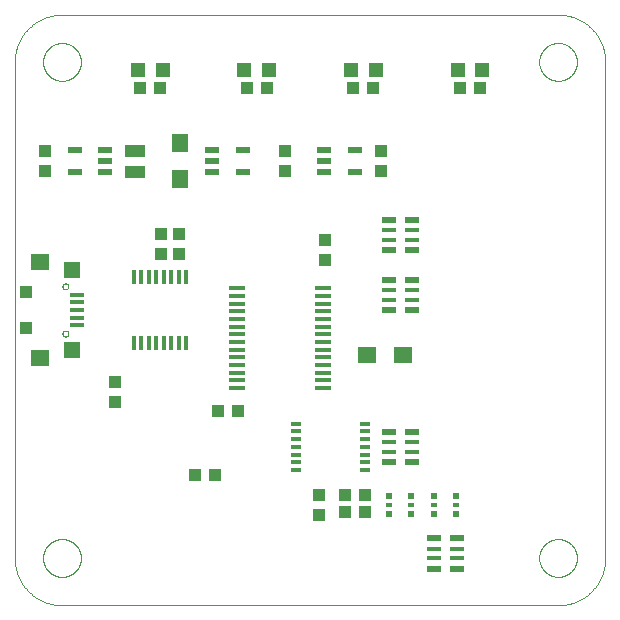
<source format=gtp>
G75*
%MOIN*%
%OFA0B0*%
%FSLAX25Y25*%
%IPPOS*%
%LPD*%
%AMOC8*
5,1,8,0,0,1.08239X$1,22.5*
%
%ADD10R,0.03937X0.04331*%
%ADD11R,0.04724X0.04724*%
%ADD12R,0.04331X0.03937*%
%ADD13R,0.06299X0.05512*%
%ADD14R,0.07008X0.04016*%
%ADD15R,0.05512X0.06299*%
%ADD16R,0.04528X0.01732*%
%ADD17R,0.04528X0.02480*%
%ADD18R,0.05500X0.01370*%
%ADD19R,0.04724X0.02165*%
%ADD20R,0.01260X0.04961*%
%ADD21C,0.00000*%
%ADD22R,0.05906X0.05315*%
%ADD23R,0.05512X0.05512*%
%ADD24R,0.04724X0.01575*%
%ADD25R,0.03543X0.01378*%
%ADD26R,0.02362X0.02362*%
%ADD27R,0.01969X0.01575*%
D10*
X0116197Y0106500D03*
X0122890Y0106500D03*
X0089543Y0130654D03*
X0089543Y0137346D03*
X0060016Y0155594D03*
X0060016Y0167406D03*
X0104856Y0180029D03*
X0110793Y0180029D03*
X0110793Y0186721D03*
X0104856Y0186721D03*
X0066165Y0207738D03*
X0066165Y0214431D03*
X0097902Y0235516D03*
X0104594Y0235516D03*
X0133433Y0235516D03*
X0140126Y0235516D03*
X0146165Y0214431D03*
X0146165Y0207738D03*
X0159543Y0184846D03*
X0159543Y0178154D03*
X0178043Y0207738D03*
X0178043Y0214431D03*
X0175657Y0235516D03*
X0168965Y0235516D03*
X0204492Y0235516D03*
X0211185Y0235516D03*
X0172890Y0099937D03*
X0166197Y0099937D03*
X0166197Y0094312D03*
X0172890Y0094312D03*
X0157668Y0093154D03*
X0157668Y0099846D03*
D11*
X0168177Y0241500D03*
X0176445Y0241500D03*
X0203705Y0241500D03*
X0211972Y0241500D03*
X0140913Y0241500D03*
X0132646Y0241500D03*
X0105382Y0241500D03*
X0097114Y0241500D03*
D12*
X0123697Y0127712D03*
X0130390Y0127712D03*
D13*
X0173638Y0146500D03*
X0185449Y0146500D03*
D14*
X0096165Y0207581D03*
X0096165Y0214589D03*
D15*
X0111165Y0216990D03*
X0111165Y0205179D03*
D16*
X0180705Y0188075D03*
X0180705Y0184925D03*
X0188382Y0184925D03*
X0188382Y0188075D03*
X0188382Y0168075D03*
X0188382Y0164925D03*
X0180705Y0164925D03*
X0180705Y0168075D03*
X0180705Y0117450D03*
X0180705Y0114300D03*
X0188382Y0114300D03*
X0188382Y0117450D03*
X0195705Y0081825D03*
X0195705Y0078675D03*
X0203382Y0078675D03*
X0203382Y0081825D03*
D17*
X0203382Y0085348D03*
X0195705Y0085348D03*
X0195705Y0075152D03*
X0203382Y0075152D03*
X0188382Y0110777D03*
X0180705Y0110777D03*
X0180705Y0120973D03*
X0188382Y0120973D03*
X0188382Y0161402D03*
X0180705Y0161402D03*
X0180705Y0171598D03*
X0188382Y0171598D03*
X0188382Y0181402D03*
X0180705Y0181402D03*
X0180705Y0191598D03*
X0188382Y0191598D03*
D18*
X0158937Y0168759D03*
X0158937Y0166200D03*
X0158937Y0163641D03*
X0158937Y0161082D03*
X0158937Y0158523D03*
X0158937Y0155964D03*
X0158937Y0153405D03*
X0158937Y0150845D03*
X0158937Y0148286D03*
X0158937Y0145727D03*
X0158937Y0143168D03*
X0158937Y0140609D03*
X0158937Y0138050D03*
X0158937Y0135491D03*
X0130150Y0135491D03*
X0130150Y0138050D03*
X0130150Y0140609D03*
X0130150Y0143168D03*
X0130150Y0145727D03*
X0130150Y0148286D03*
X0130150Y0150845D03*
X0130150Y0153405D03*
X0130150Y0155964D03*
X0130150Y0158523D03*
X0130150Y0161082D03*
X0130150Y0163641D03*
X0130150Y0166200D03*
X0130150Y0168759D03*
D19*
X0132161Y0207344D03*
X0121925Y0207344D03*
X0121925Y0211085D03*
X0121925Y0214825D03*
X0132161Y0214825D03*
X0159157Y0214825D03*
X0159157Y0211085D03*
X0159157Y0207344D03*
X0169394Y0207344D03*
X0169394Y0214825D03*
X0086283Y0214825D03*
X0086283Y0211085D03*
X0086283Y0207344D03*
X0076047Y0207344D03*
X0076047Y0214825D03*
D20*
X0095791Y0172441D03*
X0098291Y0172441D03*
X0100791Y0172441D03*
X0103291Y0172441D03*
X0105791Y0172441D03*
X0108291Y0172441D03*
X0110791Y0172441D03*
X0113291Y0172441D03*
X0113291Y0150559D03*
X0110791Y0150559D03*
X0108291Y0150559D03*
X0105791Y0150559D03*
X0103291Y0150559D03*
X0100791Y0150559D03*
X0098291Y0150559D03*
X0095791Y0150559D03*
D21*
X0071866Y0063075D02*
X0237220Y0063075D01*
X0230921Y0078823D02*
X0230923Y0078981D01*
X0230929Y0079139D01*
X0230939Y0079297D01*
X0230953Y0079455D01*
X0230971Y0079612D01*
X0230992Y0079769D01*
X0231018Y0079925D01*
X0231048Y0080081D01*
X0231081Y0080236D01*
X0231119Y0080389D01*
X0231160Y0080542D01*
X0231205Y0080694D01*
X0231254Y0080845D01*
X0231307Y0080994D01*
X0231363Y0081142D01*
X0231423Y0081288D01*
X0231487Y0081433D01*
X0231555Y0081576D01*
X0231626Y0081718D01*
X0231700Y0081858D01*
X0231778Y0081995D01*
X0231860Y0082131D01*
X0231944Y0082265D01*
X0232033Y0082396D01*
X0232124Y0082525D01*
X0232219Y0082652D01*
X0232316Y0082777D01*
X0232417Y0082899D01*
X0232521Y0083018D01*
X0232628Y0083135D01*
X0232738Y0083249D01*
X0232851Y0083360D01*
X0232966Y0083469D01*
X0233084Y0083574D01*
X0233205Y0083676D01*
X0233328Y0083776D01*
X0233454Y0083872D01*
X0233582Y0083965D01*
X0233712Y0084055D01*
X0233845Y0084141D01*
X0233980Y0084225D01*
X0234116Y0084304D01*
X0234255Y0084381D01*
X0234396Y0084453D01*
X0234538Y0084523D01*
X0234682Y0084588D01*
X0234828Y0084650D01*
X0234975Y0084708D01*
X0235124Y0084763D01*
X0235274Y0084814D01*
X0235425Y0084861D01*
X0235577Y0084904D01*
X0235730Y0084943D01*
X0235885Y0084979D01*
X0236040Y0085010D01*
X0236196Y0085038D01*
X0236352Y0085062D01*
X0236509Y0085082D01*
X0236667Y0085098D01*
X0236824Y0085110D01*
X0236983Y0085118D01*
X0237141Y0085122D01*
X0237299Y0085122D01*
X0237457Y0085118D01*
X0237616Y0085110D01*
X0237773Y0085098D01*
X0237931Y0085082D01*
X0238088Y0085062D01*
X0238244Y0085038D01*
X0238400Y0085010D01*
X0238555Y0084979D01*
X0238710Y0084943D01*
X0238863Y0084904D01*
X0239015Y0084861D01*
X0239166Y0084814D01*
X0239316Y0084763D01*
X0239465Y0084708D01*
X0239612Y0084650D01*
X0239758Y0084588D01*
X0239902Y0084523D01*
X0240044Y0084453D01*
X0240185Y0084381D01*
X0240324Y0084304D01*
X0240460Y0084225D01*
X0240595Y0084141D01*
X0240728Y0084055D01*
X0240858Y0083965D01*
X0240986Y0083872D01*
X0241112Y0083776D01*
X0241235Y0083676D01*
X0241356Y0083574D01*
X0241474Y0083469D01*
X0241589Y0083360D01*
X0241702Y0083249D01*
X0241812Y0083135D01*
X0241919Y0083018D01*
X0242023Y0082899D01*
X0242124Y0082777D01*
X0242221Y0082652D01*
X0242316Y0082525D01*
X0242407Y0082396D01*
X0242496Y0082265D01*
X0242580Y0082131D01*
X0242662Y0081995D01*
X0242740Y0081858D01*
X0242814Y0081718D01*
X0242885Y0081576D01*
X0242953Y0081433D01*
X0243017Y0081288D01*
X0243077Y0081142D01*
X0243133Y0080994D01*
X0243186Y0080845D01*
X0243235Y0080694D01*
X0243280Y0080542D01*
X0243321Y0080389D01*
X0243359Y0080236D01*
X0243392Y0080081D01*
X0243422Y0079925D01*
X0243448Y0079769D01*
X0243469Y0079612D01*
X0243487Y0079455D01*
X0243501Y0079297D01*
X0243511Y0079139D01*
X0243517Y0078981D01*
X0243519Y0078823D01*
X0243517Y0078665D01*
X0243511Y0078507D01*
X0243501Y0078349D01*
X0243487Y0078191D01*
X0243469Y0078034D01*
X0243448Y0077877D01*
X0243422Y0077721D01*
X0243392Y0077565D01*
X0243359Y0077410D01*
X0243321Y0077257D01*
X0243280Y0077104D01*
X0243235Y0076952D01*
X0243186Y0076801D01*
X0243133Y0076652D01*
X0243077Y0076504D01*
X0243017Y0076358D01*
X0242953Y0076213D01*
X0242885Y0076070D01*
X0242814Y0075928D01*
X0242740Y0075788D01*
X0242662Y0075651D01*
X0242580Y0075515D01*
X0242496Y0075381D01*
X0242407Y0075250D01*
X0242316Y0075121D01*
X0242221Y0074994D01*
X0242124Y0074869D01*
X0242023Y0074747D01*
X0241919Y0074628D01*
X0241812Y0074511D01*
X0241702Y0074397D01*
X0241589Y0074286D01*
X0241474Y0074177D01*
X0241356Y0074072D01*
X0241235Y0073970D01*
X0241112Y0073870D01*
X0240986Y0073774D01*
X0240858Y0073681D01*
X0240728Y0073591D01*
X0240595Y0073505D01*
X0240460Y0073421D01*
X0240324Y0073342D01*
X0240185Y0073265D01*
X0240044Y0073193D01*
X0239902Y0073123D01*
X0239758Y0073058D01*
X0239612Y0072996D01*
X0239465Y0072938D01*
X0239316Y0072883D01*
X0239166Y0072832D01*
X0239015Y0072785D01*
X0238863Y0072742D01*
X0238710Y0072703D01*
X0238555Y0072667D01*
X0238400Y0072636D01*
X0238244Y0072608D01*
X0238088Y0072584D01*
X0237931Y0072564D01*
X0237773Y0072548D01*
X0237616Y0072536D01*
X0237457Y0072528D01*
X0237299Y0072524D01*
X0237141Y0072524D01*
X0236983Y0072528D01*
X0236824Y0072536D01*
X0236667Y0072548D01*
X0236509Y0072564D01*
X0236352Y0072584D01*
X0236196Y0072608D01*
X0236040Y0072636D01*
X0235885Y0072667D01*
X0235730Y0072703D01*
X0235577Y0072742D01*
X0235425Y0072785D01*
X0235274Y0072832D01*
X0235124Y0072883D01*
X0234975Y0072938D01*
X0234828Y0072996D01*
X0234682Y0073058D01*
X0234538Y0073123D01*
X0234396Y0073193D01*
X0234255Y0073265D01*
X0234116Y0073342D01*
X0233980Y0073421D01*
X0233845Y0073505D01*
X0233712Y0073591D01*
X0233582Y0073681D01*
X0233454Y0073774D01*
X0233328Y0073870D01*
X0233205Y0073970D01*
X0233084Y0074072D01*
X0232966Y0074177D01*
X0232851Y0074286D01*
X0232738Y0074397D01*
X0232628Y0074511D01*
X0232521Y0074628D01*
X0232417Y0074747D01*
X0232316Y0074869D01*
X0232219Y0074994D01*
X0232124Y0075121D01*
X0232033Y0075250D01*
X0231944Y0075381D01*
X0231860Y0075515D01*
X0231778Y0075651D01*
X0231700Y0075788D01*
X0231626Y0075928D01*
X0231555Y0076070D01*
X0231487Y0076213D01*
X0231423Y0076358D01*
X0231363Y0076504D01*
X0231307Y0076652D01*
X0231254Y0076801D01*
X0231205Y0076952D01*
X0231160Y0077104D01*
X0231119Y0077257D01*
X0231081Y0077410D01*
X0231048Y0077565D01*
X0231018Y0077721D01*
X0230992Y0077877D01*
X0230971Y0078034D01*
X0230953Y0078191D01*
X0230939Y0078349D01*
X0230929Y0078507D01*
X0230923Y0078665D01*
X0230921Y0078823D01*
X0237220Y0063075D02*
X0237601Y0063080D01*
X0237981Y0063093D01*
X0238361Y0063116D01*
X0238740Y0063149D01*
X0239118Y0063190D01*
X0239495Y0063240D01*
X0239871Y0063300D01*
X0240246Y0063368D01*
X0240618Y0063446D01*
X0240989Y0063533D01*
X0241357Y0063628D01*
X0241723Y0063733D01*
X0242086Y0063846D01*
X0242447Y0063968D01*
X0242804Y0064098D01*
X0243158Y0064238D01*
X0243509Y0064385D01*
X0243856Y0064542D01*
X0244199Y0064706D01*
X0244538Y0064879D01*
X0244873Y0065060D01*
X0245204Y0065249D01*
X0245529Y0065446D01*
X0245850Y0065650D01*
X0246166Y0065863D01*
X0246476Y0066083D01*
X0246782Y0066310D01*
X0247081Y0066545D01*
X0247375Y0066787D01*
X0247663Y0067035D01*
X0247945Y0067291D01*
X0248220Y0067554D01*
X0248489Y0067823D01*
X0248752Y0068098D01*
X0249008Y0068380D01*
X0249256Y0068668D01*
X0249498Y0068962D01*
X0249733Y0069261D01*
X0249960Y0069567D01*
X0250180Y0069877D01*
X0250393Y0070193D01*
X0250597Y0070514D01*
X0250794Y0070839D01*
X0250983Y0071170D01*
X0251164Y0071505D01*
X0251337Y0071844D01*
X0251501Y0072187D01*
X0251658Y0072534D01*
X0251805Y0072885D01*
X0251945Y0073239D01*
X0252075Y0073596D01*
X0252197Y0073957D01*
X0252310Y0074320D01*
X0252415Y0074686D01*
X0252510Y0075054D01*
X0252597Y0075425D01*
X0252675Y0075797D01*
X0252743Y0076172D01*
X0252803Y0076548D01*
X0252853Y0076925D01*
X0252894Y0077303D01*
X0252927Y0077682D01*
X0252950Y0078062D01*
X0252963Y0078442D01*
X0252968Y0078823D01*
X0252969Y0078823D02*
X0252969Y0244177D01*
X0230921Y0244177D02*
X0230923Y0244335D01*
X0230929Y0244493D01*
X0230939Y0244651D01*
X0230953Y0244809D01*
X0230971Y0244966D01*
X0230992Y0245123D01*
X0231018Y0245279D01*
X0231048Y0245435D01*
X0231081Y0245590D01*
X0231119Y0245743D01*
X0231160Y0245896D01*
X0231205Y0246048D01*
X0231254Y0246199D01*
X0231307Y0246348D01*
X0231363Y0246496D01*
X0231423Y0246642D01*
X0231487Y0246787D01*
X0231555Y0246930D01*
X0231626Y0247072D01*
X0231700Y0247212D01*
X0231778Y0247349D01*
X0231860Y0247485D01*
X0231944Y0247619D01*
X0232033Y0247750D01*
X0232124Y0247879D01*
X0232219Y0248006D01*
X0232316Y0248131D01*
X0232417Y0248253D01*
X0232521Y0248372D01*
X0232628Y0248489D01*
X0232738Y0248603D01*
X0232851Y0248714D01*
X0232966Y0248823D01*
X0233084Y0248928D01*
X0233205Y0249030D01*
X0233328Y0249130D01*
X0233454Y0249226D01*
X0233582Y0249319D01*
X0233712Y0249409D01*
X0233845Y0249495D01*
X0233980Y0249579D01*
X0234116Y0249658D01*
X0234255Y0249735D01*
X0234396Y0249807D01*
X0234538Y0249877D01*
X0234682Y0249942D01*
X0234828Y0250004D01*
X0234975Y0250062D01*
X0235124Y0250117D01*
X0235274Y0250168D01*
X0235425Y0250215D01*
X0235577Y0250258D01*
X0235730Y0250297D01*
X0235885Y0250333D01*
X0236040Y0250364D01*
X0236196Y0250392D01*
X0236352Y0250416D01*
X0236509Y0250436D01*
X0236667Y0250452D01*
X0236824Y0250464D01*
X0236983Y0250472D01*
X0237141Y0250476D01*
X0237299Y0250476D01*
X0237457Y0250472D01*
X0237616Y0250464D01*
X0237773Y0250452D01*
X0237931Y0250436D01*
X0238088Y0250416D01*
X0238244Y0250392D01*
X0238400Y0250364D01*
X0238555Y0250333D01*
X0238710Y0250297D01*
X0238863Y0250258D01*
X0239015Y0250215D01*
X0239166Y0250168D01*
X0239316Y0250117D01*
X0239465Y0250062D01*
X0239612Y0250004D01*
X0239758Y0249942D01*
X0239902Y0249877D01*
X0240044Y0249807D01*
X0240185Y0249735D01*
X0240324Y0249658D01*
X0240460Y0249579D01*
X0240595Y0249495D01*
X0240728Y0249409D01*
X0240858Y0249319D01*
X0240986Y0249226D01*
X0241112Y0249130D01*
X0241235Y0249030D01*
X0241356Y0248928D01*
X0241474Y0248823D01*
X0241589Y0248714D01*
X0241702Y0248603D01*
X0241812Y0248489D01*
X0241919Y0248372D01*
X0242023Y0248253D01*
X0242124Y0248131D01*
X0242221Y0248006D01*
X0242316Y0247879D01*
X0242407Y0247750D01*
X0242496Y0247619D01*
X0242580Y0247485D01*
X0242662Y0247349D01*
X0242740Y0247212D01*
X0242814Y0247072D01*
X0242885Y0246930D01*
X0242953Y0246787D01*
X0243017Y0246642D01*
X0243077Y0246496D01*
X0243133Y0246348D01*
X0243186Y0246199D01*
X0243235Y0246048D01*
X0243280Y0245896D01*
X0243321Y0245743D01*
X0243359Y0245590D01*
X0243392Y0245435D01*
X0243422Y0245279D01*
X0243448Y0245123D01*
X0243469Y0244966D01*
X0243487Y0244809D01*
X0243501Y0244651D01*
X0243511Y0244493D01*
X0243517Y0244335D01*
X0243519Y0244177D01*
X0243517Y0244019D01*
X0243511Y0243861D01*
X0243501Y0243703D01*
X0243487Y0243545D01*
X0243469Y0243388D01*
X0243448Y0243231D01*
X0243422Y0243075D01*
X0243392Y0242919D01*
X0243359Y0242764D01*
X0243321Y0242611D01*
X0243280Y0242458D01*
X0243235Y0242306D01*
X0243186Y0242155D01*
X0243133Y0242006D01*
X0243077Y0241858D01*
X0243017Y0241712D01*
X0242953Y0241567D01*
X0242885Y0241424D01*
X0242814Y0241282D01*
X0242740Y0241142D01*
X0242662Y0241005D01*
X0242580Y0240869D01*
X0242496Y0240735D01*
X0242407Y0240604D01*
X0242316Y0240475D01*
X0242221Y0240348D01*
X0242124Y0240223D01*
X0242023Y0240101D01*
X0241919Y0239982D01*
X0241812Y0239865D01*
X0241702Y0239751D01*
X0241589Y0239640D01*
X0241474Y0239531D01*
X0241356Y0239426D01*
X0241235Y0239324D01*
X0241112Y0239224D01*
X0240986Y0239128D01*
X0240858Y0239035D01*
X0240728Y0238945D01*
X0240595Y0238859D01*
X0240460Y0238775D01*
X0240324Y0238696D01*
X0240185Y0238619D01*
X0240044Y0238547D01*
X0239902Y0238477D01*
X0239758Y0238412D01*
X0239612Y0238350D01*
X0239465Y0238292D01*
X0239316Y0238237D01*
X0239166Y0238186D01*
X0239015Y0238139D01*
X0238863Y0238096D01*
X0238710Y0238057D01*
X0238555Y0238021D01*
X0238400Y0237990D01*
X0238244Y0237962D01*
X0238088Y0237938D01*
X0237931Y0237918D01*
X0237773Y0237902D01*
X0237616Y0237890D01*
X0237457Y0237882D01*
X0237299Y0237878D01*
X0237141Y0237878D01*
X0236983Y0237882D01*
X0236824Y0237890D01*
X0236667Y0237902D01*
X0236509Y0237918D01*
X0236352Y0237938D01*
X0236196Y0237962D01*
X0236040Y0237990D01*
X0235885Y0238021D01*
X0235730Y0238057D01*
X0235577Y0238096D01*
X0235425Y0238139D01*
X0235274Y0238186D01*
X0235124Y0238237D01*
X0234975Y0238292D01*
X0234828Y0238350D01*
X0234682Y0238412D01*
X0234538Y0238477D01*
X0234396Y0238547D01*
X0234255Y0238619D01*
X0234116Y0238696D01*
X0233980Y0238775D01*
X0233845Y0238859D01*
X0233712Y0238945D01*
X0233582Y0239035D01*
X0233454Y0239128D01*
X0233328Y0239224D01*
X0233205Y0239324D01*
X0233084Y0239426D01*
X0232966Y0239531D01*
X0232851Y0239640D01*
X0232738Y0239751D01*
X0232628Y0239865D01*
X0232521Y0239982D01*
X0232417Y0240101D01*
X0232316Y0240223D01*
X0232219Y0240348D01*
X0232124Y0240475D01*
X0232033Y0240604D01*
X0231944Y0240735D01*
X0231860Y0240869D01*
X0231778Y0241005D01*
X0231700Y0241142D01*
X0231626Y0241282D01*
X0231555Y0241424D01*
X0231487Y0241567D01*
X0231423Y0241712D01*
X0231363Y0241858D01*
X0231307Y0242006D01*
X0231254Y0242155D01*
X0231205Y0242306D01*
X0231160Y0242458D01*
X0231119Y0242611D01*
X0231081Y0242764D01*
X0231048Y0242919D01*
X0231018Y0243075D01*
X0230992Y0243231D01*
X0230971Y0243388D01*
X0230953Y0243545D01*
X0230939Y0243703D01*
X0230929Y0243861D01*
X0230923Y0244019D01*
X0230921Y0244177D01*
X0237220Y0259925D02*
X0237601Y0259920D01*
X0237981Y0259907D01*
X0238361Y0259884D01*
X0238740Y0259851D01*
X0239118Y0259810D01*
X0239495Y0259760D01*
X0239871Y0259700D01*
X0240246Y0259632D01*
X0240618Y0259554D01*
X0240989Y0259467D01*
X0241357Y0259372D01*
X0241723Y0259267D01*
X0242086Y0259154D01*
X0242447Y0259032D01*
X0242804Y0258902D01*
X0243158Y0258762D01*
X0243509Y0258615D01*
X0243856Y0258458D01*
X0244199Y0258294D01*
X0244538Y0258121D01*
X0244873Y0257940D01*
X0245204Y0257751D01*
X0245529Y0257554D01*
X0245850Y0257350D01*
X0246166Y0257137D01*
X0246476Y0256917D01*
X0246782Y0256690D01*
X0247081Y0256455D01*
X0247375Y0256213D01*
X0247663Y0255965D01*
X0247945Y0255709D01*
X0248220Y0255446D01*
X0248489Y0255177D01*
X0248752Y0254902D01*
X0249008Y0254620D01*
X0249256Y0254332D01*
X0249498Y0254038D01*
X0249733Y0253739D01*
X0249960Y0253433D01*
X0250180Y0253123D01*
X0250393Y0252807D01*
X0250597Y0252486D01*
X0250794Y0252161D01*
X0250983Y0251830D01*
X0251164Y0251495D01*
X0251337Y0251156D01*
X0251501Y0250813D01*
X0251658Y0250466D01*
X0251805Y0250115D01*
X0251945Y0249761D01*
X0252075Y0249404D01*
X0252197Y0249043D01*
X0252310Y0248680D01*
X0252415Y0248314D01*
X0252510Y0247946D01*
X0252597Y0247575D01*
X0252675Y0247203D01*
X0252743Y0246828D01*
X0252803Y0246452D01*
X0252853Y0246075D01*
X0252894Y0245697D01*
X0252927Y0245318D01*
X0252950Y0244938D01*
X0252963Y0244558D01*
X0252968Y0244177D01*
X0237220Y0259925D02*
X0071866Y0259925D01*
X0065567Y0244177D02*
X0065569Y0244335D01*
X0065575Y0244493D01*
X0065585Y0244651D01*
X0065599Y0244809D01*
X0065617Y0244966D01*
X0065638Y0245123D01*
X0065664Y0245279D01*
X0065694Y0245435D01*
X0065727Y0245590D01*
X0065765Y0245743D01*
X0065806Y0245896D01*
X0065851Y0246048D01*
X0065900Y0246199D01*
X0065953Y0246348D01*
X0066009Y0246496D01*
X0066069Y0246642D01*
X0066133Y0246787D01*
X0066201Y0246930D01*
X0066272Y0247072D01*
X0066346Y0247212D01*
X0066424Y0247349D01*
X0066506Y0247485D01*
X0066590Y0247619D01*
X0066679Y0247750D01*
X0066770Y0247879D01*
X0066865Y0248006D01*
X0066962Y0248131D01*
X0067063Y0248253D01*
X0067167Y0248372D01*
X0067274Y0248489D01*
X0067384Y0248603D01*
X0067497Y0248714D01*
X0067612Y0248823D01*
X0067730Y0248928D01*
X0067851Y0249030D01*
X0067974Y0249130D01*
X0068100Y0249226D01*
X0068228Y0249319D01*
X0068358Y0249409D01*
X0068491Y0249495D01*
X0068626Y0249579D01*
X0068762Y0249658D01*
X0068901Y0249735D01*
X0069042Y0249807D01*
X0069184Y0249877D01*
X0069328Y0249942D01*
X0069474Y0250004D01*
X0069621Y0250062D01*
X0069770Y0250117D01*
X0069920Y0250168D01*
X0070071Y0250215D01*
X0070223Y0250258D01*
X0070376Y0250297D01*
X0070531Y0250333D01*
X0070686Y0250364D01*
X0070842Y0250392D01*
X0070998Y0250416D01*
X0071155Y0250436D01*
X0071313Y0250452D01*
X0071470Y0250464D01*
X0071629Y0250472D01*
X0071787Y0250476D01*
X0071945Y0250476D01*
X0072103Y0250472D01*
X0072262Y0250464D01*
X0072419Y0250452D01*
X0072577Y0250436D01*
X0072734Y0250416D01*
X0072890Y0250392D01*
X0073046Y0250364D01*
X0073201Y0250333D01*
X0073356Y0250297D01*
X0073509Y0250258D01*
X0073661Y0250215D01*
X0073812Y0250168D01*
X0073962Y0250117D01*
X0074111Y0250062D01*
X0074258Y0250004D01*
X0074404Y0249942D01*
X0074548Y0249877D01*
X0074690Y0249807D01*
X0074831Y0249735D01*
X0074970Y0249658D01*
X0075106Y0249579D01*
X0075241Y0249495D01*
X0075374Y0249409D01*
X0075504Y0249319D01*
X0075632Y0249226D01*
X0075758Y0249130D01*
X0075881Y0249030D01*
X0076002Y0248928D01*
X0076120Y0248823D01*
X0076235Y0248714D01*
X0076348Y0248603D01*
X0076458Y0248489D01*
X0076565Y0248372D01*
X0076669Y0248253D01*
X0076770Y0248131D01*
X0076867Y0248006D01*
X0076962Y0247879D01*
X0077053Y0247750D01*
X0077142Y0247619D01*
X0077226Y0247485D01*
X0077308Y0247349D01*
X0077386Y0247212D01*
X0077460Y0247072D01*
X0077531Y0246930D01*
X0077599Y0246787D01*
X0077663Y0246642D01*
X0077723Y0246496D01*
X0077779Y0246348D01*
X0077832Y0246199D01*
X0077881Y0246048D01*
X0077926Y0245896D01*
X0077967Y0245743D01*
X0078005Y0245590D01*
X0078038Y0245435D01*
X0078068Y0245279D01*
X0078094Y0245123D01*
X0078115Y0244966D01*
X0078133Y0244809D01*
X0078147Y0244651D01*
X0078157Y0244493D01*
X0078163Y0244335D01*
X0078165Y0244177D01*
X0078163Y0244019D01*
X0078157Y0243861D01*
X0078147Y0243703D01*
X0078133Y0243545D01*
X0078115Y0243388D01*
X0078094Y0243231D01*
X0078068Y0243075D01*
X0078038Y0242919D01*
X0078005Y0242764D01*
X0077967Y0242611D01*
X0077926Y0242458D01*
X0077881Y0242306D01*
X0077832Y0242155D01*
X0077779Y0242006D01*
X0077723Y0241858D01*
X0077663Y0241712D01*
X0077599Y0241567D01*
X0077531Y0241424D01*
X0077460Y0241282D01*
X0077386Y0241142D01*
X0077308Y0241005D01*
X0077226Y0240869D01*
X0077142Y0240735D01*
X0077053Y0240604D01*
X0076962Y0240475D01*
X0076867Y0240348D01*
X0076770Y0240223D01*
X0076669Y0240101D01*
X0076565Y0239982D01*
X0076458Y0239865D01*
X0076348Y0239751D01*
X0076235Y0239640D01*
X0076120Y0239531D01*
X0076002Y0239426D01*
X0075881Y0239324D01*
X0075758Y0239224D01*
X0075632Y0239128D01*
X0075504Y0239035D01*
X0075374Y0238945D01*
X0075241Y0238859D01*
X0075106Y0238775D01*
X0074970Y0238696D01*
X0074831Y0238619D01*
X0074690Y0238547D01*
X0074548Y0238477D01*
X0074404Y0238412D01*
X0074258Y0238350D01*
X0074111Y0238292D01*
X0073962Y0238237D01*
X0073812Y0238186D01*
X0073661Y0238139D01*
X0073509Y0238096D01*
X0073356Y0238057D01*
X0073201Y0238021D01*
X0073046Y0237990D01*
X0072890Y0237962D01*
X0072734Y0237938D01*
X0072577Y0237918D01*
X0072419Y0237902D01*
X0072262Y0237890D01*
X0072103Y0237882D01*
X0071945Y0237878D01*
X0071787Y0237878D01*
X0071629Y0237882D01*
X0071470Y0237890D01*
X0071313Y0237902D01*
X0071155Y0237918D01*
X0070998Y0237938D01*
X0070842Y0237962D01*
X0070686Y0237990D01*
X0070531Y0238021D01*
X0070376Y0238057D01*
X0070223Y0238096D01*
X0070071Y0238139D01*
X0069920Y0238186D01*
X0069770Y0238237D01*
X0069621Y0238292D01*
X0069474Y0238350D01*
X0069328Y0238412D01*
X0069184Y0238477D01*
X0069042Y0238547D01*
X0068901Y0238619D01*
X0068762Y0238696D01*
X0068626Y0238775D01*
X0068491Y0238859D01*
X0068358Y0238945D01*
X0068228Y0239035D01*
X0068100Y0239128D01*
X0067974Y0239224D01*
X0067851Y0239324D01*
X0067730Y0239426D01*
X0067612Y0239531D01*
X0067497Y0239640D01*
X0067384Y0239751D01*
X0067274Y0239865D01*
X0067167Y0239982D01*
X0067063Y0240101D01*
X0066962Y0240223D01*
X0066865Y0240348D01*
X0066770Y0240475D01*
X0066679Y0240604D01*
X0066590Y0240735D01*
X0066506Y0240869D01*
X0066424Y0241005D01*
X0066346Y0241142D01*
X0066272Y0241282D01*
X0066201Y0241424D01*
X0066133Y0241567D01*
X0066069Y0241712D01*
X0066009Y0241858D01*
X0065953Y0242006D01*
X0065900Y0242155D01*
X0065851Y0242306D01*
X0065806Y0242458D01*
X0065765Y0242611D01*
X0065727Y0242764D01*
X0065694Y0242919D01*
X0065664Y0243075D01*
X0065638Y0243231D01*
X0065617Y0243388D01*
X0065599Y0243545D01*
X0065585Y0243703D01*
X0065575Y0243861D01*
X0065569Y0244019D01*
X0065567Y0244177D01*
X0056118Y0244177D02*
X0056123Y0244558D01*
X0056136Y0244938D01*
X0056159Y0245318D01*
X0056192Y0245697D01*
X0056233Y0246075D01*
X0056283Y0246452D01*
X0056343Y0246828D01*
X0056411Y0247203D01*
X0056489Y0247575D01*
X0056576Y0247946D01*
X0056671Y0248314D01*
X0056776Y0248680D01*
X0056889Y0249043D01*
X0057011Y0249404D01*
X0057141Y0249761D01*
X0057281Y0250115D01*
X0057428Y0250466D01*
X0057585Y0250813D01*
X0057749Y0251156D01*
X0057922Y0251495D01*
X0058103Y0251830D01*
X0058292Y0252161D01*
X0058489Y0252486D01*
X0058693Y0252807D01*
X0058906Y0253123D01*
X0059126Y0253433D01*
X0059353Y0253739D01*
X0059588Y0254038D01*
X0059830Y0254332D01*
X0060078Y0254620D01*
X0060334Y0254902D01*
X0060597Y0255177D01*
X0060866Y0255446D01*
X0061141Y0255709D01*
X0061423Y0255965D01*
X0061711Y0256213D01*
X0062005Y0256455D01*
X0062304Y0256690D01*
X0062610Y0256917D01*
X0062920Y0257137D01*
X0063236Y0257350D01*
X0063557Y0257554D01*
X0063882Y0257751D01*
X0064213Y0257940D01*
X0064548Y0258121D01*
X0064887Y0258294D01*
X0065230Y0258458D01*
X0065577Y0258615D01*
X0065928Y0258762D01*
X0066282Y0258902D01*
X0066639Y0259032D01*
X0067000Y0259154D01*
X0067363Y0259267D01*
X0067729Y0259372D01*
X0068097Y0259467D01*
X0068468Y0259554D01*
X0068840Y0259632D01*
X0069215Y0259700D01*
X0069591Y0259760D01*
X0069968Y0259810D01*
X0070346Y0259851D01*
X0070725Y0259884D01*
X0071105Y0259907D01*
X0071485Y0259920D01*
X0071866Y0259925D01*
X0056118Y0244177D02*
X0056118Y0078823D01*
X0065567Y0078823D02*
X0065569Y0078981D01*
X0065575Y0079139D01*
X0065585Y0079297D01*
X0065599Y0079455D01*
X0065617Y0079612D01*
X0065638Y0079769D01*
X0065664Y0079925D01*
X0065694Y0080081D01*
X0065727Y0080236D01*
X0065765Y0080389D01*
X0065806Y0080542D01*
X0065851Y0080694D01*
X0065900Y0080845D01*
X0065953Y0080994D01*
X0066009Y0081142D01*
X0066069Y0081288D01*
X0066133Y0081433D01*
X0066201Y0081576D01*
X0066272Y0081718D01*
X0066346Y0081858D01*
X0066424Y0081995D01*
X0066506Y0082131D01*
X0066590Y0082265D01*
X0066679Y0082396D01*
X0066770Y0082525D01*
X0066865Y0082652D01*
X0066962Y0082777D01*
X0067063Y0082899D01*
X0067167Y0083018D01*
X0067274Y0083135D01*
X0067384Y0083249D01*
X0067497Y0083360D01*
X0067612Y0083469D01*
X0067730Y0083574D01*
X0067851Y0083676D01*
X0067974Y0083776D01*
X0068100Y0083872D01*
X0068228Y0083965D01*
X0068358Y0084055D01*
X0068491Y0084141D01*
X0068626Y0084225D01*
X0068762Y0084304D01*
X0068901Y0084381D01*
X0069042Y0084453D01*
X0069184Y0084523D01*
X0069328Y0084588D01*
X0069474Y0084650D01*
X0069621Y0084708D01*
X0069770Y0084763D01*
X0069920Y0084814D01*
X0070071Y0084861D01*
X0070223Y0084904D01*
X0070376Y0084943D01*
X0070531Y0084979D01*
X0070686Y0085010D01*
X0070842Y0085038D01*
X0070998Y0085062D01*
X0071155Y0085082D01*
X0071313Y0085098D01*
X0071470Y0085110D01*
X0071629Y0085118D01*
X0071787Y0085122D01*
X0071945Y0085122D01*
X0072103Y0085118D01*
X0072262Y0085110D01*
X0072419Y0085098D01*
X0072577Y0085082D01*
X0072734Y0085062D01*
X0072890Y0085038D01*
X0073046Y0085010D01*
X0073201Y0084979D01*
X0073356Y0084943D01*
X0073509Y0084904D01*
X0073661Y0084861D01*
X0073812Y0084814D01*
X0073962Y0084763D01*
X0074111Y0084708D01*
X0074258Y0084650D01*
X0074404Y0084588D01*
X0074548Y0084523D01*
X0074690Y0084453D01*
X0074831Y0084381D01*
X0074970Y0084304D01*
X0075106Y0084225D01*
X0075241Y0084141D01*
X0075374Y0084055D01*
X0075504Y0083965D01*
X0075632Y0083872D01*
X0075758Y0083776D01*
X0075881Y0083676D01*
X0076002Y0083574D01*
X0076120Y0083469D01*
X0076235Y0083360D01*
X0076348Y0083249D01*
X0076458Y0083135D01*
X0076565Y0083018D01*
X0076669Y0082899D01*
X0076770Y0082777D01*
X0076867Y0082652D01*
X0076962Y0082525D01*
X0077053Y0082396D01*
X0077142Y0082265D01*
X0077226Y0082131D01*
X0077308Y0081995D01*
X0077386Y0081858D01*
X0077460Y0081718D01*
X0077531Y0081576D01*
X0077599Y0081433D01*
X0077663Y0081288D01*
X0077723Y0081142D01*
X0077779Y0080994D01*
X0077832Y0080845D01*
X0077881Y0080694D01*
X0077926Y0080542D01*
X0077967Y0080389D01*
X0078005Y0080236D01*
X0078038Y0080081D01*
X0078068Y0079925D01*
X0078094Y0079769D01*
X0078115Y0079612D01*
X0078133Y0079455D01*
X0078147Y0079297D01*
X0078157Y0079139D01*
X0078163Y0078981D01*
X0078165Y0078823D01*
X0078163Y0078665D01*
X0078157Y0078507D01*
X0078147Y0078349D01*
X0078133Y0078191D01*
X0078115Y0078034D01*
X0078094Y0077877D01*
X0078068Y0077721D01*
X0078038Y0077565D01*
X0078005Y0077410D01*
X0077967Y0077257D01*
X0077926Y0077104D01*
X0077881Y0076952D01*
X0077832Y0076801D01*
X0077779Y0076652D01*
X0077723Y0076504D01*
X0077663Y0076358D01*
X0077599Y0076213D01*
X0077531Y0076070D01*
X0077460Y0075928D01*
X0077386Y0075788D01*
X0077308Y0075651D01*
X0077226Y0075515D01*
X0077142Y0075381D01*
X0077053Y0075250D01*
X0076962Y0075121D01*
X0076867Y0074994D01*
X0076770Y0074869D01*
X0076669Y0074747D01*
X0076565Y0074628D01*
X0076458Y0074511D01*
X0076348Y0074397D01*
X0076235Y0074286D01*
X0076120Y0074177D01*
X0076002Y0074072D01*
X0075881Y0073970D01*
X0075758Y0073870D01*
X0075632Y0073774D01*
X0075504Y0073681D01*
X0075374Y0073591D01*
X0075241Y0073505D01*
X0075106Y0073421D01*
X0074970Y0073342D01*
X0074831Y0073265D01*
X0074690Y0073193D01*
X0074548Y0073123D01*
X0074404Y0073058D01*
X0074258Y0072996D01*
X0074111Y0072938D01*
X0073962Y0072883D01*
X0073812Y0072832D01*
X0073661Y0072785D01*
X0073509Y0072742D01*
X0073356Y0072703D01*
X0073201Y0072667D01*
X0073046Y0072636D01*
X0072890Y0072608D01*
X0072734Y0072584D01*
X0072577Y0072564D01*
X0072419Y0072548D01*
X0072262Y0072536D01*
X0072103Y0072528D01*
X0071945Y0072524D01*
X0071787Y0072524D01*
X0071629Y0072528D01*
X0071470Y0072536D01*
X0071313Y0072548D01*
X0071155Y0072564D01*
X0070998Y0072584D01*
X0070842Y0072608D01*
X0070686Y0072636D01*
X0070531Y0072667D01*
X0070376Y0072703D01*
X0070223Y0072742D01*
X0070071Y0072785D01*
X0069920Y0072832D01*
X0069770Y0072883D01*
X0069621Y0072938D01*
X0069474Y0072996D01*
X0069328Y0073058D01*
X0069184Y0073123D01*
X0069042Y0073193D01*
X0068901Y0073265D01*
X0068762Y0073342D01*
X0068626Y0073421D01*
X0068491Y0073505D01*
X0068358Y0073591D01*
X0068228Y0073681D01*
X0068100Y0073774D01*
X0067974Y0073870D01*
X0067851Y0073970D01*
X0067730Y0074072D01*
X0067612Y0074177D01*
X0067497Y0074286D01*
X0067384Y0074397D01*
X0067274Y0074511D01*
X0067167Y0074628D01*
X0067063Y0074747D01*
X0066962Y0074869D01*
X0066865Y0074994D01*
X0066770Y0075121D01*
X0066679Y0075250D01*
X0066590Y0075381D01*
X0066506Y0075515D01*
X0066424Y0075651D01*
X0066346Y0075788D01*
X0066272Y0075928D01*
X0066201Y0076070D01*
X0066133Y0076213D01*
X0066069Y0076358D01*
X0066009Y0076504D01*
X0065953Y0076652D01*
X0065900Y0076801D01*
X0065851Y0076952D01*
X0065806Y0077104D01*
X0065765Y0077257D01*
X0065727Y0077410D01*
X0065694Y0077565D01*
X0065664Y0077721D01*
X0065638Y0077877D01*
X0065617Y0078034D01*
X0065599Y0078191D01*
X0065585Y0078349D01*
X0065575Y0078507D01*
X0065569Y0078665D01*
X0065567Y0078823D01*
X0056118Y0078823D02*
X0056123Y0078442D01*
X0056136Y0078062D01*
X0056159Y0077682D01*
X0056192Y0077303D01*
X0056233Y0076925D01*
X0056283Y0076548D01*
X0056343Y0076172D01*
X0056411Y0075797D01*
X0056489Y0075425D01*
X0056576Y0075054D01*
X0056671Y0074686D01*
X0056776Y0074320D01*
X0056889Y0073957D01*
X0057011Y0073596D01*
X0057141Y0073239D01*
X0057281Y0072885D01*
X0057428Y0072534D01*
X0057585Y0072187D01*
X0057749Y0071844D01*
X0057922Y0071505D01*
X0058103Y0071170D01*
X0058292Y0070839D01*
X0058489Y0070514D01*
X0058693Y0070193D01*
X0058906Y0069877D01*
X0059126Y0069567D01*
X0059353Y0069261D01*
X0059588Y0068962D01*
X0059830Y0068668D01*
X0060078Y0068380D01*
X0060334Y0068098D01*
X0060597Y0067823D01*
X0060866Y0067554D01*
X0061141Y0067291D01*
X0061423Y0067035D01*
X0061711Y0066787D01*
X0062005Y0066545D01*
X0062304Y0066310D01*
X0062610Y0066083D01*
X0062920Y0065863D01*
X0063236Y0065650D01*
X0063557Y0065446D01*
X0063882Y0065249D01*
X0064213Y0065060D01*
X0064548Y0064879D01*
X0064887Y0064706D01*
X0065230Y0064542D01*
X0065577Y0064385D01*
X0065928Y0064238D01*
X0066282Y0064098D01*
X0066639Y0063968D01*
X0067000Y0063846D01*
X0067363Y0063733D01*
X0067729Y0063628D01*
X0068097Y0063533D01*
X0068468Y0063446D01*
X0068840Y0063368D01*
X0069215Y0063300D01*
X0069591Y0063240D01*
X0069968Y0063190D01*
X0070346Y0063149D01*
X0070725Y0063116D01*
X0071105Y0063093D01*
X0071485Y0063080D01*
X0071866Y0063075D01*
X0072024Y0153626D02*
X0072026Y0153688D01*
X0072032Y0153751D01*
X0072042Y0153812D01*
X0072056Y0153873D01*
X0072073Y0153933D01*
X0072094Y0153992D01*
X0072120Y0154049D01*
X0072148Y0154104D01*
X0072180Y0154158D01*
X0072216Y0154209D01*
X0072254Y0154259D01*
X0072296Y0154305D01*
X0072340Y0154349D01*
X0072388Y0154390D01*
X0072437Y0154428D01*
X0072489Y0154462D01*
X0072543Y0154493D01*
X0072599Y0154521D01*
X0072657Y0154545D01*
X0072716Y0154566D01*
X0072776Y0154582D01*
X0072837Y0154595D01*
X0072899Y0154604D01*
X0072961Y0154609D01*
X0073024Y0154610D01*
X0073086Y0154607D01*
X0073148Y0154600D01*
X0073210Y0154589D01*
X0073270Y0154574D01*
X0073330Y0154556D01*
X0073388Y0154534D01*
X0073445Y0154508D01*
X0073500Y0154478D01*
X0073553Y0154445D01*
X0073604Y0154409D01*
X0073652Y0154370D01*
X0073698Y0154327D01*
X0073741Y0154282D01*
X0073781Y0154234D01*
X0073818Y0154184D01*
X0073852Y0154131D01*
X0073883Y0154077D01*
X0073909Y0154021D01*
X0073933Y0153963D01*
X0073952Y0153903D01*
X0073968Y0153843D01*
X0073980Y0153781D01*
X0073988Y0153720D01*
X0073992Y0153657D01*
X0073992Y0153595D01*
X0073988Y0153532D01*
X0073980Y0153471D01*
X0073968Y0153409D01*
X0073952Y0153349D01*
X0073933Y0153289D01*
X0073909Y0153231D01*
X0073883Y0153175D01*
X0073852Y0153121D01*
X0073818Y0153068D01*
X0073781Y0153018D01*
X0073741Y0152970D01*
X0073698Y0152925D01*
X0073652Y0152882D01*
X0073604Y0152843D01*
X0073553Y0152807D01*
X0073500Y0152774D01*
X0073445Y0152744D01*
X0073388Y0152718D01*
X0073330Y0152696D01*
X0073270Y0152678D01*
X0073210Y0152663D01*
X0073148Y0152652D01*
X0073086Y0152645D01*
X0073024Y0152642D01*
X0072961Y0152643D01*
X0072899Y0152648D01*
X0072837Y0152657D01*
X0072776Y0152670D01*
X0072716Y0152686D01*
X0072657Y0152707D01*
X0072599Y0152731D01*
X0072543Y0152759D01*
X0072489Y0152790D01*
X0072437Y0152824D01*
X0072388Y0152862D01*
X0072340Y0152903D01*
X0072296Y0152947D01*
X0072254Y0152993D01*
X0072216Y0153043D01*
X0072180Y0153094D01*
X0072148Y0153148D01*
X0072120Y0153203D01*
X0072094Y0153260D01*
X0072073Y0153319D01*
X0072056Y0153379D01*
X0072042Y0153440D01*
X0072032Y0153501D01*
X0072026Y0153564D01*
X0072024Y0153626D01*
X0072024Y0169374D02*
X0072026Y0169436D01*
X0072032Y0169499D01*
X0072042Y0169560D01*
X0072056Y0169621D01*
X0072073Y0169681D01*
X0072094Y0169740D01*
X0072120Y0169797D01*
X0072148Y0169852D01*
X0072180Y0169906D01*
X0072216Y0169957D01*
X0072254Y0170007D01*
X0072296Y0170053D01*
X0072340Y0170097D01*
X0072388Y0170138D01*
X0072437Y0170176D01*
X0072489Y0170210D01*
X0072543Y0170241D01*
X0072599Y0170269D01*
X0072657Y0170293D01*
X0072716Y0170314D01*
X0072776Y0170330D01*
X0072837Y0170343D01*
X0072899Y0170352D01*
X0072961Y0170357D01*
X0073024Y0170358D01*
X0073086Y0170355D01*
X0073148Y0170348D01*
X0073210Y0170337D01*
X0073270Y0170322D01*
X0073330Y0170304D01*
X0073388Y0170282D01*
X0073445Y0170256D01*
X0073500Y0170226D01*
X0073553Y0170193D01*
X0073604Y0170157D01*
X0073652Y0170118D01*
X0073698Y0170075D01*
X0073741Y0170030D01*
X0073781Y0169982D01*
X0073818Y0169932D01*
X0073852Y0169879D01*
X0073883Y0169825D01*
X0073909Y0169769D01*
X0073933Y0169711D01*
X0073952Y0169651D01*
X0073968Y0169591D01*
X0073980Y0169529D01*
X0073988Y0169468D01*
X0073992Y0169405D01*
X0073992Y0169343D01*
X0073988Y0169280D01*
X0073980Y0169219D01*
X0073968Y0169157D01*
X0073952Y0169097D01*
X0073933Y0169037D01*
X0073909Y0168979D01*
X0073883Y0168923D01*
X0073852Y0168869D01*
X0073818Y0168816D01*
X0073781Y0168766D01*
X0073741Y0168718D01*
X0073698Y0168673D01*
X0073652Y0168630D01*
X0073604Y0168591D01*
X0073553Y0168555D01*
X0073500Y0168522D01*
X0073445Y0168492D01*
X0073388Y0168466D01*
X0073330Y0168444D01*
X0073270Y0168426D01*
X0073210Y0168411D01*
X0073148Y0168400D01*
X0073086Y0168393D01*
X0073024Y0168390D01*
X0072961Y0168391D01*
X0072899Y0168396D01*
X0072837Y0168405D01*
X0072776Y0168418D01*
X0072716Y0168434D01*
X0072657Y0168455D01*
X0072599Y0168479D01*
X0072543Y0168507D01*
X0072489Y0168538D01*
X0072437Y0168572D01*
X0072388Y0168610D01*
X0072340Y0168651D01*
X0072296Y0168695D01*
X0072254Y0168741D01*
X0072216Y0168791D01*
X0072180Y0168842D01*
X0072148Y0168896D01*
X0072120Y0168951D01*
X0072094Y0169008D01*
X0072073Y0169067D01*
X0072056Y0169127D01*
X0072042Y0169188D01*
X0072032Y0169249D01*
X0072026Y0169312D01*
X0072024Y0169374D01*
D22*
X0064543Y0177543D03*
X0064543Y0145457D03*
D23*
X0075173Y0148311D03*
X0075173Y0174689D03*
D24*
X0076984Y0166618D03*
X0076984Y0164059D03*
X0076984Y0161500D03*
X0076984Y0158941D03*
X0076984Y0156382D03*
D25*
X0149903Y0123552D03*
X0149903Y0120993D03*
X0149903Y0118434D03*
X0149903Y0115875D03*
X0149903Y0113316D03*
X0149903Y0110757D03*
X0149903Y0108198D03*
X0172934Y0108198D03*
X0172934Y0110757D03*
X0172934Y0113316D03*
X0172934Y0115875D03*
X0172934Y0118434D03*
X0172934Y0120993D03*
X0172934Y0123552D03*
D26*
X0181000Y0099453D03*
X0181000Y0093547D03*
X0188087Y0093547D03*
X0188087Y0099453D03*
X0196000Y0099453D03*
X0196000Y0093547D03*
X0203087Y0093547D03*
X0203087Y0099453D03*
D27*
X0203087Y0096500D03*
X0196000Y0096500D03*
X0188087Y0096500D03*
X0181000Y0096500D03*
M02*

</source>
